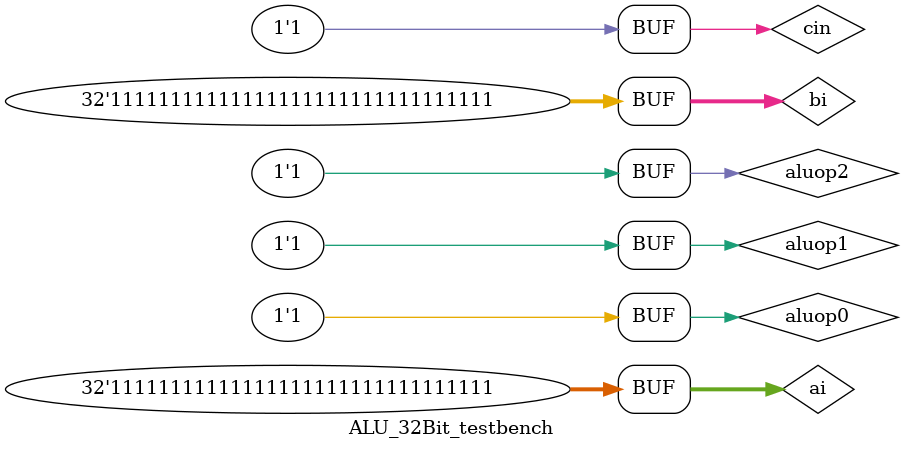
<source format=v>
`define DELAY 20
module ALU_32Bit_testbench(); 
reg [31:0]ai;
reg [31:0]bi;
reg aluop0, aluop1, aluop2,  cin;
wire [31:0]outp;
wire cout;

ALU_32Bit a1(outp,cout, aluop0, aluop1, aluop2, ai,bi, cin);

initial begin
$display("Test Results");
$display("And:");
ai = 32'b00000000000000000000000000000000; bi = 32'b00000000000000000000000000000000; aluop0= 1'b0; aluop1= 1'b0; aluop2= 1'b0; cin= 1'b0; 
#`DELAY;
ai = 32'b00000000000000000000000000000001; bi = 32'b00000000000000000000000000000000; aluop0= 1'b0; aluop1= 1'b0; aluop2= 1'b0; cin= 1'b0;
#`DELAY;
ai = 32'b00000000000000000000000000000000; bi = 32'b00000000000000000000000000000001; aluop0= 1'b0; aluop1= 1'b0; aluop2= 1'b0; cin= 1'b0;  
#`DELAY;
ai = 32'b11111111111111111111111111111111; bi = 32'b11111111111111111111111111111111; aluop0= 1'b0; aluop1= 1'b0; aluop2= 1'b0; cin= 1'b0;
#`DELAY;
$display("Or:");
#`DELAY;
ai = 32'b00000000000000000000000000000000; bi = 32'b00000000000000000000000000000000; aluop0= 1'b1; aluop1= 1'b0; aluop2= 1'b0; cin= 1'b0; 
#`DELAY;
ai = 32'b00000000000000000000000000000001; bi = 32'b00000000000000000000000000000000; aluop0= 1'b1; aluop1= 1'b0; aluop2= 1'b0; cin= 1'b0;
#`DELAY;
ai = 32'b00000000000000000000000000000000; bi = 32'b00000000000000000000000000000001; aluop0= 1'b1; aluop1= 1'b0; aluop2= 1'b0; cin= 1'b0;  
#`DELAY;
ai = 32'b11111111111111111111111111111111; bi = 32'b11111111111111111111111111111111; aluop0= 1'b1; aluop1= 1'b0; aluop2= 1'b0; cin= 1'b0;
#`DELAY;
$display("Add:");
#`DELAY;
ai = 32'b00000000000000000000000000000000; bi = 32'b00000000000000000000000000000000; aluop0= 1'b0; aluop1= 1'b1; aluop2= 1'b0; cin= 1'b0; 
#`DELAY;
ai = 32'b00000000000000000000000000000001; bi = 32'b00000000000000000000000000000000; aluop0= 1'b0; aluop1= 1'b1; aluop2= 1'b0; cin= 1'b0;
#`DELAY;
ai = 32'b00000000000000000000000000000000; bi = 32'b00000000000000000000000000000001; aluop0= 1'b0; aluop1= 1'b1; aluop2= 1'b0; cin= 1'b0;  
#`DELAY;
ai = 32'b11111111111111111111111111111111; bi = 32'b11111111111111111111111111111111; aluop0= 1'b0; aluop1= 1'b1; aluop2= 1'b0; cin= 1'b0;
#`DELAY;
$display("Substract:");
#`DELAY;
ai = 32'b00000000000000000000000000000000; bi = 32'b00000000000000000000000000000000; aluop0= 1'b0; aluop1= 1'b1; aluop2= 1'b1; cin= 1'b1; 
#`DELAY;
ai = 32'b00000000000000000000000000000001; bi = 32'b00000000000000000000000000000000; aluop0= 1'b0; aluop1= 1'b1; aluop2= 1'b1; cin= 1'b1;
#`DELAY;
ai = 32'b00000000000000000000000000000000; bi = 32'b00000000000000000000000000000001; aluop0= 1'b0; aluop1= 1'b1; aluop2= 1'b1; cin= 1'b1;  
#`DELAY;
ai = 32'b11111111111111111111111111111111; bi = 32'b11111111111111111111111111111111; aluop0= 1'b0; aluop1= 1'b1; aluop2= 1'b1; cin= 1'b1;
#`DELAY;
$display("Set-on-less-than:");
#`DELAY;
ai = 32'b00000000000000000000000000000000; bi = 32'b00000000000000000000000000000000; aluop0= 1'b1; aluop1= 1'b1; aluop2= 1'b1; cin= 1'b1; 
#`DELAY;
ai = 32'b00000000000000000000000000000001; bi = 32'b00000000000000000000000000000000; aluop0= 1'b1; aluop1= 1'b1; aluop2= 1'b1; cin= 1'b1;
#`DELAY;
ai = 32'b00000000000000000000000000000000; bi = 32'b00000000000000000000000000000001; aluop0= 1'b1; aluop1= 1'b1; aluop2= 1'b1; cin= 1'b1;  
#`DELAY;
ai = 32'b11111111111111111111111111111111; bi = 32'b11111111111111111111111111111111; aluop0= 1'b1; aluop1= 1'b1; aluop2= 1'b1; cin= 1'b1;
end


initial
begin
$monitor("time = %2d, ai =%32b, bi=%32b, outp=%32b, cout=%1b, cin: %1b", $time, ai, bi, outp, cout,cin );
end

 

endmodule
</source>
